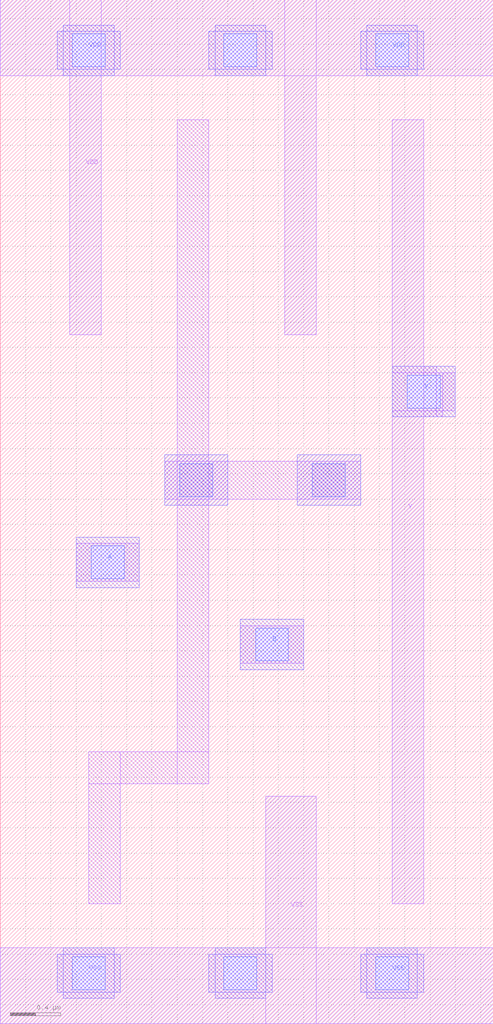
<source format=lef>
VERSION 5.7 ;
BUSBITCHARS "[]" ;
DIVIDERCHAR "/" ;

MACRO gf180mcu_osu_sc_12T_and2_1
  CLASS CORE ;
  ORIGIN 0 0.15 ;
  FOREIGN gf180mcu_osu_sc_12T_and2_1 0 -0.15 ;
  SIZE 3.9 BY 8.1 ;
  SYMMETRY X Y ;
  SITE 12T ;
  PIN A
    DIRECTION INPUT ;
    USE SIGNAL ;
    PORT
      LAYER MET1 ;
        RECT 0.6 3.35 1.1 3.65 ;
      LAYER MET2 ;
        RECT 0.6 3.3 1.1 3.7 ;
      LAYER VIA12 ;
        RECT 0.72 3.37 0.98 3.63 ;
    END
  END A
  PIN B
    DIRECTION INPUT ;
    USE SIGNAL ;
    PORT
      LAYER MET1 ;
        RECT 1.9 2.7 2.4 3 ;
      LAYER MET2 ;
        RECT 1.9 2.65 2.4 3.05 ;
      LAYER VIA12 ;
        RECT 2.02 2.72 2.28 2.98 ;
    END
  END B
  PIN VDD
    DIRECTION INOUT ;
    USE POWER ;
    SHAPE ABUTMENT ;
    PORT
      LAYER MET1 ;
        RECT 0 7.35 3.9 7.95 ;
        RECT 2.25 5.3 2.5 7.95 ;
        RECT 0.55 5.3 0.8 7.95 ;
      LAYER MET2 ;
        RECT 2.85 7.4 3.35 7.7 ;
        RECT 2.9 7.35 3.3 7.75 ;
        RECT 1.65 7.4 2.15 7.7 ;
        RECT 1.7 7.35 2.1 7.75 ;
        RECT 0.45 7.4 0.95 7.7 ;
        RECT 0.5 7.35 0.9 7.75 ;
      LAYER VIA12 ;
        RECT 0.57 7.42 0.83 7.68 ;
        RECT 1.77 7.42 2.03 7.68 ;
        RECT 2.97 7.42 3.23 7.68 ;
    END
  END VDD
  PIN VSS
    DIRECTION INOUT ;
    USE GROUND ;
    PORT
      LAYER MET1 ;
        RECT 0 -0.15 3.9 0.45 ;
        RECT 2.1 -0.15 2.5 1.65 ;
      LAYER MET2 ;
        RECT 2.85 0.1 3.35 0.4 ;
        RECT 2.9 0.05 3.3 0.45 ;
        RECT 1.65 0.1 2.15 0.4 ;
        RECT 1.7 0.05 2.1 0.45 ;
        RECT 0.45 0.1 0.95 0.4 ;
        RECT 0.5 0.05 0.9 0.45 ;
      LAYER VIA12 ;
        RECT 0.57 0.12 0.83 0.38 ;
        RECT 1.77 0.12 2.03 0.38 ;
        RECT 2.97 0.12 3.23 0.38 ;
    END
  END VSS
  PIN Y
    DIRECTION OUTPUT ;
    USE SIGNAL ;
    PORT
      LAYER MET1 ;
        RECT 3.1 4.7 3.6 5 ;
        RECT 3.1 4.65 3.5 5 ;
        RECT 3.1 4.65 3.45 5.05 ;
        RECT 3.1 0.8 3.35 7 ;
      LAYER MET2 ;
        RECT 3.1 4.65 3.6 5.05 ;
      LAYER VIA12 ;
        RECT 3.22 4.72 3.48 4.98 ;
    END
  END Y
  OBS
    LAYER MET2 ;
      RECT 2.35 3.95 2.85 4.35 ;
      RECT 1.3 3.95 1.8 4.35 ;
    LAYER VIA12 ;
      RECT 2.47 4.02 2.73 4.28 ;
      RECT 1.42 4.02 1.68 4.28 ;
    LAYER MET1 ;
      RECT 1.4 1.75 1.65 7 ;
      RECT 1.3 4 2.85 4.3 ;
      RECT 0.7 1.75 1.65 2 ;
      RECT 0.7 0.8 0.95 2 ;
  END
END gf180mcu_osu_sc_12T_and2_1

</source>
